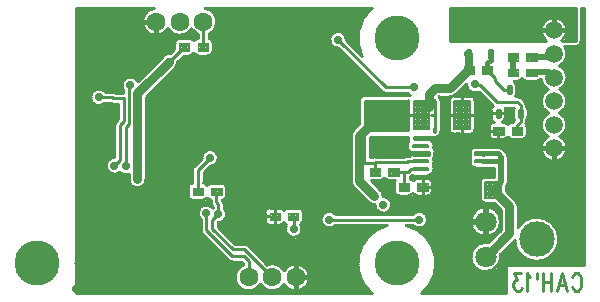
<source format=gbl>
*
*
G04 PADS 9.3.1 Build Number: 456998 generated Gerber (RS-274-X) file*
G04 PC Version=2.1*
*
%IN "air_ssi_1101_00_RELEASE"*%
*
%MOIN*%
*
%FSLAX35Y35*%
*
*
*
*
G04 PC Standard Apertures*
*
*
G04 Thermal Relief Aperture macro.*
%AMTER*
1,1,$1,0,0*
1,0,$1-$2,0,0*
21,0,$3,$4,0,0,45*
21,0,$3,$4,0,0,135*
%
*
*
G04 Annular Aperture macro.*
%AMANN*
1,1,$1,0,0*
1,0,$2,0,0*
%
*
*
G04 Odd Aperture macro.*
%AMODD*
1,1,$1,0,0*
1,0,$1-0.005,0,0*
%
*
*
G04 PC Custom Aperture Macros*
*
*
*
*
*
*
G04 PC Aperture Table*
*
%ADD010C,0.001*%
%ADD011C,0.004*%
%ADD015C,0.06299*%
%ADD016C,0.15*%
%ADD018C,0.05906*%
%ADD019C,0.07087*%
%ADD020C,0.11811*%
%ADD021C,0.00787*%
%ADD022C,0.01*%
%ADD023C,0.03*%
%ADD024C,0.02*%
%ADD025C,0.016*%
%ADD026C,0.028*%
%ADD027C,0.015*%
%ADD028C,0.01969*%
%ADD029C,0.008*%
%ADD030C,0.009*%
%ADD031C,0.025*%
*
*
*
*
G04 PC Circuitry*
G04 Layer Name air_ssi_1101_00_RELEASE - circuitry*
%LPD*%
*
*
G04 PC Custom Flashes*
G04 Layer Name air_ssi_1101_00_RELEASE - flashes*
%LPD*%
*
*
G04 PC Circuitry*
G04 Layer Name air_ssi_1101_00_RELEASE - circuitry*
%LPD*%
*
G54D10*
G54D11*
G01X258200Y178100D02*
Y175500D01*
X254800*
Y178100*
X258200*
X254800Y175600D02*
X258200D01*
X254800Y176000D02*
X258200D01*
X254800Y176400D02*
X258200D01*
X254800Y176800D02*
X258200D01*
X254800Y177200D02*
X258200D01*
X254800Y177600D02*
X258200D01*
X254800Y178000D02*
X258200D01*
X254800Y175500D02*
Y178100D01*
X255200Y175500D02*
Y178100D01*
X255600Y175500D02*
Y178100D01*
X256000Y175500D02*
Y178100D01*
X256400Y175500D02*
Y178100D01*
X256800Y175500D02*
Y178100D01*
X257200Y175500D02*
Y178100D01*
X257600Y175500D02*
Y178100D01*
X258000Y175500D02*
Y178100D01*
X264400D02*
Y175500D01*
X261000*
Y178100*
X264400*
X261000Y175600D02*
X264400D01*
X261000Y176000D02*
X264400D01*
X261000Y176400D02*
X264400D01*
X261000Y176800D02*
X264400D01*
X261000Y177200D02*
X264400D01*
X261000Y177600D02*
X264400D01*
X261000Y178000D02*
X264400D01*
X261200Y175500D02*
Y178100D01*
X261600Y175500D02*
Y178100D01*
X262000Y175500D02*
Y178100D01*
X262400Y175500D02*
Y178100D01*
X262800Y175500D02*
Y178100D01*
X263200Y175500D02*
Y178100D01*
X263600Y175500D02*
Y178100D01*
X264000Y175500D02*
Y178100D01*
X264400Y175500D02*
Y178100D01*
X226900Y144300D02*
Y141700D01*
X223500*
Y144300*
X226900*
X223500Y142000D02*
X226900D01*
X223500Y142400D02*
X226900D01*
X223500Y142800D02*
X226900D01*
X223500Y143200D02*
X226900D01*
X223500Y143600D02*
X226900D01*
X223500Y144000D02*
X226900D01*
X223600Y141700D02*
Y144300D01*
X224000Y141700D02*
Y144300D01*
X224400Y141700D02*
Y144300D01*
X224800Y141700D02*
Y144300D01*
X225200Y141700D02*
Y144300D01*
X225600Y141700D02*
Y144300D01*
X226000Y141700D02*
Y144300D01*
X226400Y141700D02*
Y144300D01*
X226800Y141700D02*
Y144300D01*
X233100D02*
Y141700D01*
X229700*
Y144300*
X233100*
X229700Y142000D02*
X233100D01*
X229700Y142400D02*
X233100D01*
X229700Y142800D02*
X233100D01*
X229700Y143200D02*
X233100D01*
X229700Y143600D02*
X233100D01*
X229700Y144000D02*
X233100D01*
X230000Y141700D02*
Y144300D01*
X230400Y141700D02*
Y144300D01*
X230800Y141700D02*
Y144300D01*
X231200Y141700D02*
Y144300D01*
X231600Y141700D02*
Y144300D01*
X232000Y141700D02*
Y144300D01*
X232400Y141700D02*
Y144300D01*
X232800Y141700D02*
Y144300D01*
X236600Y139200D02*
Y136600D01*
X233200*
Y139200*
X236600*
X233200Y136800D02*
X236600D01*
X233200Y137200D02*
X236600D01*
X233200Y137600D02*
X236600D01*
X233200Y138000D02*
X236600D01*
X233200Y138400D02*
X236600D01*
X233200Y138800D02*
X236600D01*
X233200Y139200D02*
X236600D01*
X233200Y136600D02*
Y139200D01*
X233600Y136600D02*
Y139200D01*
X234000Y136600D02*
Y139200D01*
X234400Y136600D02*
Y139200D01*
X234800Y136600D02*
Y139200D01*
X235200Y136600D02*
Y139200D01*
X235600Y136600D02*
Y139200D01*
X236000Y136600D02*
Y139200D01*
X236400Y136600D02*
Y139200D01*
X242800D02*
Y136600D01*
X239400*
Y139200*
X242800*
X239400Y136800D02*
X242800D01*
X239400Y137200D02*
X242800D01*
X239400Y137600D02*
X242800D01*
X239400Y138000D02*
X242800D01*
X239400Y138400D02*
X242800D01*
X239400Y138800D02*
X242800D01*
X239400Y139200D02*
X242800D01*
X239600Y136600D02*
Y139200D01*
X240000Y136600D02*
Y139200D01*
X240400Y136600D02*
Y139200D01*
X240800Y136600D02*
Y139200D01*
X241200Y136600D02*
Y139200D01*
X241600Y136600D02*
Y139200D01*
X242000Y136600D02*
Y139200D01*
X242400Y136600D02*
Y139200D01*
X242800Y136600D02*
Y139200D01*
X275700Y179900D02*
Y182500D01*
X279100*
Y179900*
X275700*
Y180000D02*
X279100D01*
X275700Y180400D02*
X279100D01*
X275700Y180800D02*
X279100D01*
X275700Y181200D02*
X279100D01*
X275700Y181600D02*
X279100D01*
X275700Y182000D02*
X279100D01*
X275700Y182400D02*
X279100D01*
X276000Y179900D02*
Y182500D01*
X276400Y179900D02*
Y182500D01*
X276800Y179900D02*
Y182500D01*
X277200Y179900D02*
Y182500D01*
X277600Y179900D02*
Y182500D01*
X278000Y179900D02*
Y182500D01*
X278400Y179900D02*
Y182500D01*
X278800Y179900D02*
Y182500D01*
X269500Y179900D02*
Y182500D01*
X272900*
Y179900*
X269500*
Y180000D02*
X272900D01*
X269500Y180400D02*
X272900D01*
X269500Y180800D02*
X272900D01*
X269500Y181200D02*
X272900D01*
X269500Y181600D02*
X272900D01*
X269500Y182000D02*
X272900D01*
X269500Y182400D02*
X272900D01*
X269600Y179900D02*
Y182500D01*
X270000Y179900D02*
Y182500D01*
X270400Y179900D02*
Y182500D01*
X270800Y179900D02*
Y182500D01*
X271200Y179900D02*
Y182500D01*
X271600Y179900D02*
Y182500D01*
X272000Y179900D02*
Y182500D01*
X272400Y179900D02*
Y182500D01*
X272800Y179900D02*
Y182500D01*
X272900Y177400D02*
Y174800D01*
X269500*
Y177400*
X272900*
X269500Y174800D02*
X272900D01*
X269500Y175200D02*
X272900D01*
X269500Y175600D02*
X272900D01*
X269500Y176000D02*
X272900D01*
X269500Y176400D02*
X272900D01*
X269500Y176800D02*
X272900D01*
X269500Y177200D02*
X272900D01*
X269600Y174800D02*
Y177400D01*
X270000Y174800D02*
Y177400D01*
X270400Y174800D02*
Y177400D01*
X270800Y174800D02*
Y177400D01*
X271200Y174800D02*
Y177400D01*
X271600Y174800D02*
Y177400D01*
X272000Y174800D02*
Y177400D01*
X272400Y174800D02*
Y177400D01*
X272800Y174800D02*
Y177400D01*
X279100D02*
Y174800D01*
X275700*
Y177400*
X279100*
X275700Y174800D02*
X279100D01*
X275700Y175200D02*
X279100D01*
X275700Y175600D02*
X279100D01*
X275700Y176000D02*
X279100D01*
X275700Y176400D02*
X279100D01*
X275700Y176800D02*
X279100D01*
X275700Y177200D02*
X279100D01*
X276000Y174800D02*
Y177400D01*
X276400Y174800D02*
Y177400D01*
X276800Y174800D02*
Y177400D01*
X277200Y174800D02*
Y177400D01*
X277600Y174800D02*
Y177400D01*
X278000Y174800D02*
Y177400D01*
X278400Y174800D02*
Y177400D01*
X278800Y174800D02*
Y177400D01*
X270900Y155400D02*
Y158000D01*
X274300*
Y155400*
X270900*
Y155600D02*
X274300D01*
X270900Y156000D02*
X274300D01*
X270900Y156400D02*
X274300D01*
X270900Y156800D02*
X274300D01*
X270900Y157200D02*
X274300D01*
X270900Y157600D02*
X274300D01*
X270900Y158000D02*
X274300D01*
X271200Y155400D02*
Y158000D01*
X271600Y155400D02*
Y158000D01*
X272000Y155400D02*
Y158000D01*
X272400Y155400D02*
Y158000D01*
X272800Y155400D02*
Y158000D01*
X273200Y155400D02*
Y158000D01*
X273600Y155400D02*
Y158000D01*
X274000Y155400D02*
Y158000D01*
X264700Y155400D02*
Y158000D01*
X268100*
Y155400*
X264700*
Y155600D02*
X268100D01*
X264700Y156000D02*
X268100D01*
X264700Y156400D02*
X268100D01*
X264700Y156800D02*
X268100D01*
X264700Y157200D02*
X268100D01*
X264700Y157600D02*
X268100D01*
X264700Y158000D02*
X268100D01*
X264800Y155400D02*
Y158000D01*
X265200Y155400D02*
Y158000D01*
X265600Y155400D02*
Y158000D01*
X266000Y155400D02*
Y158000D01*
X266400Y155400D02*
Y158000D01*
X266800Y155400D02*
Y158000D01*
X267200Y155400D02*
Y158000D01*
X267600Y155400D02*
Y158000D01*
X268000Y155400D02*
Y158000D01*
X196300Y126800D02*
Y129400D01*
X199700*
Y126800*
X196300*
X199700*
X196300Y127200D02*
X199700D01*
X196300Y127600D02*
X199700D01*
X196300Y128000D02*
X199700D01*
X196300Y128400D02*
X199700D01*
X196300Y128800D02*
X199700D01*
X196300Y129200D02*
X199700D01*
X196400Y126800D02*
Y129400D01*
X196800Y126800D02*
Y129400D01*
X197200Y126800D02*
Y129400D01*
X197600Y126800D02*
Y129400D01*
X198000Y126800D02*
Y129400D01*
X198400Y126800D02*
Y129400D01*
X198800Y126800D02*
Y129400D01*
X199200Y126800D02*
Y129400D01*
X199600Y126800D02*
Y129400D01*
X190100Y126800D02*
Y129400D01*
X193500*
Y126800*
X190100*
X193500*
X190100Y127200D02*
X193500D01*
X190100Y127600D02*
X193500D01*
X190100Y128000D02*
X193500D01*
X190100Y128400D02*
X193500D01*
X190100Y128800D02*
X193500D01*
X190100Y129200D02*
X193500D01*
X190400Y126800D02*
Y129400D01*
X190800Y126800D02*
Y129400D01*
X191200Y126800D02*
Y129400D01*
X191600Y126800D02*
Y129400D01*
X192000Y126800D02*
Y129400D01*
X192400Y126800D02*
Y129400D01*
X192800Y126800D02*
Y129400D01*
X193200Y126800D02*
Y129400D01*
X170700Y135100D02*
Y137700D01*
X174100*
Y135100*
X170700*
Y135200D02*
X174100D01*
X170700Y135600D02*
X174100D01*
X170700Y136000D02*
X174100D01*
X170700Y136400D02*
X174100D01*
X170700Y136800D02*
X174100D01*
X170700Y137200D02*
X174100D01*
X170700Y137600D02*
X174100D01*
X170800Y135100D02*
Y137700D01*
X171200Y135100D02*
Y137700D01*
X171600Y135100D02*
Y137700D01*
X172000Y135100D02*
Y137700D01*
X172400Y135100D02*
Y137700D01*
X172800Y135100D02*
Y137700D01*
X173200Y135100D02*
Y137700D01*
X173600Y135100D02*
Y137700D01*
X174000Y135100D02*
Y137700D01*
X164500Y135100D02*
Y137700D01*
X167900*
Y135100*
X164500*
Y135200D02*
X167900D01*
X164500Y135600D02*
X167900D01*
X164500Y136000D02*
X167900D01*
X164500Y136400D02*
X167900D01*
X164500Y136800D02*
X167900D01*
X164500Y137200D02*
X167900D01*
X164500Y137600D02*
X167900D01*
X164800Y135100D02*
Y137700D01*
X165200Y135100D02*
Y137700D01*
X165600Y135100D02*
Y137700D01*
X166000Y135100D02*
Y137700D01*
X166400Y135100D02*
Y137700D01*
X166800Y135100D02*
Y137700D01*
X167200Y135100D02*
Y137700D01*
X167600Y135100D02*
Y137700D01*
X163400Y185900D02*
Y183300D01*
X160000*
Y185900*
X163400*
X160000Y183600D02*
X163400D01*
X160000Y184000D02*
X163400D01*
X160000Y184400D02*
X163400D01*
X160000Y184800D02*
X163400D01*
X160000Y185200D02*
X163400D01*
X160000Y185600D02*
X163400D01*
X160000Y183300D02*
Y185900D01*
X160400Y183300D02*
Y185900D01*
X160800Y183300D02*
Y185900D01*
X161200Y183300D02*
Y185900D01*
X161600Y183300D02*
Y185900D01*
X162000Y183300D02*
Y185900D01*
X162400Y183300D02*
Y185900D01*
X162800Y183300D02*
Y185900D01*
X163200Y183300D02*
Y185900D01*
X169600D02*
Y183300D01*
X166200*
Y185900*
X169600*
X166200Y183600D02*
X169600D01*
X166200Y184000D02*
X169600D01*
X166200Y184400D02*
X169600D01*
X166200Y184800D02*
X169600D01*
X166200Y185200D02*
X169600D01*
X166200Y185600D02*
X169600D01*
X166400Y183300D02*
Y185900D01*
X166800Y183300D02*
Y185900D01*
X167200Y183300D02*
Y185900D01*
X167600Y183300D02*
Y185900D01*
X168000Y183300D02*
Y185900D01*
X168400Y183300D02*
Y185900D01*
X168800Y183300D02*
Y185900D01*
X169200Y183300D02*
Y185900D01*
X169600Y183300D02*
Y185900D01*
G54D15*
X183100Y107800D03*
X190974D03*
X198848D03*
X168000Y193000D03*
X160126D03*
X152252D03*
G54D16*
X112500Y112500D03*
X232500D03*
Y187500D03*
G54D18*
X284900Y190170D03*
Y182296D03*
Y174422D03*
Y166548D03*
Y158674D03*
Y150800D03*
G54D19*
X262092Y126406D03*
Y114594D03*
G54D20*
X279100Y120500D03*
G54D21*
X224679Y148120D02*
Y152844D01*
X234521*
Y148120*
X224679*
Y148819D02*
X234521D01*
X224679Y149606D02*
X234521D01*
X224679Y150394D02*
X234521D01*
X224679Y151181D02*
X234521D01*
X224679Y151969D02*
X234521D01*
X224679Y152756D02*
X234521D01*
X225197Y148120D02*
Y152844D01*
X225984Y148120D02*
Y152844D01*
X226772Y148120D02*
Y152844D01*
X227559Y148120D02*
Y152844D01*
X228346Y148120D02*
Y152844D01*
X229134Y148120D02*
Y152844D01*
X229921Y148120D02*
Y152844D01*
X230709Y148120D02*
Y152844D01*
X231496Y148120D02*
Y152844D01*
X232283Y148120D02*
Y152844D01*
X233071Y148120D02*
Y152844D01*
X233858Y148120D02*
Y152844D01*
X224679Y158356D02*
Y163080D01*
X234521*
Y158356*
X224679*
Y159055D02*
X234521D01*
X224679Y159843D02*
X234521D01*
X224679Y160630D02*
X234521D01*
X224679Y161417D02*
X234521D01*
X224679Y162205D02*
X234521D01*
X224679Y162992D02*
X234521D01*
X225197Y158356D02*
Y163080D01*
X225984Y158356D02*
Y163080D01*
X226772Y158356D02*
Y163080D01*
X227559Y158356D02*
Y163080D01*
X228346Y158356D02*
Y163080D01*
X229134Y158356D02*
Y163080D01*
X229921Y158356D02*
Y163080D01*
X230709Y158356D02*
Y163080D01*
X231496Y158356D02*
Y163080D01*
X232283Y158356D02*
Y163080D01*
X233071Y158356D02*
Y163080D01*
X233858Y158356D02*
Y163080D01*
X263753Y152052D02*
Y151225D01*
X258635*
Y152052*
X263753*
X258635Y151969D02*
X263753D01*
X259055Y151225D02*
Y152052D01*
X259843Y151225D02*
Y152052D01*
X260630Y151225D02*
Y152052D01*
X261417Y151225D02*
Y152052D01*
X262205Y151225D02*
Y152052D01*
X262992Y151225D02*
Y152052D01*
X263753Y149493D02*
Y148666D01*
X258635*
Y149493*
X263753*
X258635Y148819D02*
X263753D01*
X259055Y148666D02*
Y149493D01*
X259843Y148666D02*
Y149493D01*
X260630Y148666D02*
Y149493D01*
X261417Y148666D02*
Y149493D01*
X262205Y148666D02*
Y149493D01*
X262992Y148666D02*
Y149493D01*
X263753Y146934D02*
Y146107D01*
X258635*
Y146934*
X263753*
X258635Y146457D02*
X263753D01*
X259055Y146107D02*
Y146934D01*
X259843Y146107D02*
Y146934D01*
X260630Y146107D02*
Y146934D01*
X261417Y146107D02*
Y146934D01*
X262205Y146107D02*
Y146934D01*
X262992Y146107D02*
Y146934D01*
X263753Y144375D02*
Y143548D01*
X258635*
Y144375*
X263753*
X258635Y144094D02*
X263753D01*
X259055Y143548D02*
Y144375D01*
X259843Y143548D02*
Y144375D01*
X260630Y143548D02*
Y144375D01*
X261417Y143548D02*
Y144375D01*
X262205Y143548D02*
Y144375D01*
X262992Y143548D02*
Y144375D01*
X242965D02*
Y143548D01*
X237847*
Y144375*
X242965*
X237847Y144094D02*
X242965D01*
X238583Y143548D02*
Y144375D01*
X239370Y143548D02*
Y144375D01*
X240157Y143548D02*
Y144375D01*
X240945Y143548D02*
Y144375D01*
X241732Y143548D02*
Y144375D01*
X242520Y143548D02*
Y144375D01*
X242965Y146934D02*
Y146107D01*
X237847*
Y146934*
X242965*
X237847Y146457D02*
X242965D01*
X238583Y146107D02*
Y146934D01*
X239370Y146107D02*
Y146934D01*
X240157Y146107D02*
Y146934D01*
X240945Y146107D02*
Y146934D01*
X241732Y146107D02*
Y146934D01*
X242520Y146107D02*
Y146934D01*
X242965Y149493D02*
Y148666D01*
X237847*
Y149493*
X242965*
X237847Y148819D02*
X242965D01*
X238583Y148666D02*
Y149493D01*
X239370Y148666D02*
Y149493D01*
X240157Y148666D02*
Y149493D01*
X240945Y148666D02*
Y149493D01*
X241732Y148666D02*
Y149493D01*
X242520Y148666D02*
Y149493D01*
X242965Y152052D02*
Y151225D01*
X237847*
Y152052*
X242965*
X237847Y151969D02*
X242965D01*
X238583Y151225D02*
Y152052D01*
X239370Y151225D02*
Y152052D01*
X240157Y151225D02*
Y152052D01*
X240945Y151225D02*
Y152052D01*
X241732Y151225D02*
Y152052D01*
X242520Y151225D02*
Y152052D01*
X253457Y144552D02*
X248143D01*
Y151048*
X253457*
Y144552*
X248143Y144882D02*
X253457D01*
X248143Y145669D02*
X253457D01*
X248143Y146457D02*
X253457D01*
X248143Y147244D02*
X253457D01*
X248143Y148031D02*
X253457D01*
X248143Y148819D02*
X253457D01*
X248143Y149606D02*
X253457D01*
X248143Y150394D02*
X253457D01*
X248819Y144552D02*
Y151048D01*
X249606Y144552D02*
Y151048D01*
X250394Y144552D02*
Y151048D01*
X251181Y144552D02*
Y151048D01*
X251969Y144552D02*
Y151048D01*
X252756Y144552D02*
Y151048D01*
G54D22*
X264240Y181050D02*
X263240D01*
Y183550*
X264240*
Y181050*
X263240Y182000D02*
X264240D01*
X263240Y183000D02*
X264240D01*
X264000Y181050D02*
Y183550D01*
X256760Y181050D02*
X255760D01*
Y183550*
X256760*
Y181050*
X255760Y182000D02*
X256760D01*
X255760Y183000D02*
X256760D01*
X256000Y181050D02*
Y183550D01*
X260500Y188924D02*
X259500D01*
Y191424*
X260500*
Y188924*
X259500Y189000D02*
X260500D01*
X259500Y190000D02*
X260500D01*
X259500Y191000D02*
X260500D01*
X260000Y188924D02*
Y191424D01*
X274240Y161250D02*
X273240D01*
Y163750*
X274240*
Y161250*
X273240Y162000D02*
X274240D01*
X273240Y163000D02*
X274240D01*
X274000Y161250D02*
Y163750D01*
X266760Y161250D02*
X265760D01*
Y163750*
X266760*
Y161250*
X265760Y162000D02*
X266760D01*
X265760Y163000D02*
X266760D01*
X266000Y161250D02*
Y163750D01*
X270500Y169124D02*
X269500D01*
Y171624*
X270500*
Y169124*
X269500Y170000D02*
X270500D01*
X269500Y171000D02*
X270500D01*
X270000Y169124D02*
Y171624D01*
X190974Y107800D02*
X181674Y117100D01*
X177800*
X171000Y123900*
X183100Y107800D02*
Y113270D01*
X181410Y114960*
X177536*
X169000Y123496*
Y129200*
X171000Y123900D02*
Y126800D01*
X173000Y128800*
X198100Y123900D02*
Y128100D01*
X198000*
X210000Y127000D02*
X240000D01*
X166200Y136400D02*
Y143600D01*
X170200Y147600*
X173000Y128800D02*
Y132200D01*
X172400Y132800*
Y136400*
X234900Y137900D02*
X235000Y138000D01*
Y143000*
X138400Y145000D02*
X140300Y146900D01*
Y158600*
X141500Y159800*
Y167500*
X142100Y144800D02*
Y157800D01*
X143200Y158900*
Y171900*
X143700*
X220000Y146000D02*
X221600D01*
X225200*
X221600D02*
Y155100D01*
X226900Y160400*
X229282*
X229600Y160718*
X225200Y146000D02*
X225100Y146100D01*
X235780*
X236200Y146520*
X240406*
X231400Y143000D02*
X235000D01*
X225200D02*
Y146000D01*
X235000Y143000D02*
X236100D01*
X237100Y144000*
X240368*
X240406Y143961*
X272600Y156700D02*
X272640Y156740D01*
Y158500*
X273740Y159600*
Y162500*
X141500Y167500D02*
X137900D01*
X137600Y167800*
X133200*
X273740Y162500D02*
Y165100D01*
X272640Y166200*
X266000*
X260200Y172000*
X258500Y172100*
X238100Y171100D02*
X228800D01*
X212900Y187000*
X270000Y170374D02*
X268400D01*
X265374Y173400*
Y174126*
X262700Y176800*
X156600Y179500D02*
X161700Y184600D01*
X167900D02*
X168000Y184700D01*
Y193000*
X267035Y126406D02*
G75*
G03X267035I-4943J0D01*
G01X245300Y156400D02*
Y166700D01*
X245139*
X245150Y166500D02*
G03X245139Y166700I-1800J0D01*
G01X245150Y166500D02*
Y157300D01*
X244909Y156400D02*
G03X245150Y157300I-1559J900D01*
G01X244909Y156400D02*
X245300D01*
X224307Y157000D02*
X236375D01*
X236350Y157300D02*
G03X236375Y157000I1800J0D01*
G01X236350Y157300D02*
Y166500D01*
X236361Y166700D02*
G03X236350Y166500I1789J-200D01*
G01X236361Y166700D02*
X221900D01*
Y156400*
X222920*
X222964Y156444*
X224307Y157000D02*
G03X222964Y156444I0J-1900D01*
G01X243100Y149393D02*
X243148Y149441D01*
X242965Y149431D02*
G03X243148Y149441I0J1794D01*
G01X242965Y149431D02*
X237847D01*
X236903Y149700D02*
G03X237847Y149431I944J1525D01*
G01X236903Y149700D02*
X236400D01*
Y150166*
X236054Y151225D02*
G03X236400Y150166I1793J0D01*
G01X236054Y151225D02*
Y152052D01*
X236400Y153112D02*
G03X236054Y152052I1447J-1060D01*
G01X236400Y153112D02*
Y154500D01*
X223707*
X223500Y154293*
Y147900*
X224492*
X225100Y148000D02*
G03X224492Y147900I0J-1900D01*
G01X225100Y148000D02*
X235008D01*
X236200Y148420D02*
G03X235008Y148000I0J-1900D01*
G01X236200Y148420D02*
X236844D01*
X237847Y148728D02*
G03X236844Y148420I0J-1794D01*
G01X237847Y148728D02*
X242965D01*
X243100Y148723D02*
G03X242965Y148728I-135J-1789D01*
G01X243100Y148723D02*
Y149393D01*
X292100Y186700D02*
Y197500D01*
X250300*
Y186700*
X282272*
X287528D02*
G03X282272I-2628J3470D01*
G01X287528D02*
X292100D01*
X295000Y111848D02*
Y197500D01*
X294000*
Y186700*
X292100Y184800D02*
G03X294000Y186700I0J1900D01*
G01X292100Y184800D02*
X288460D01*
X286757Y178359D02*
G03X288460Y184800I-1857J3937D01*
G01X286757Y170485D02*
G03Y178359I-1857J3937D01*
G01Y162611D02*
G03Y170485I-1857J3937D01*
G01Y154737D02*
G03Y162611I-1857J3937D01*
G01X283043Y154737D02*
G03X286757I1857J-3937D01*
G01X283043Y162611D02*
G03Y154737I1857J-3937D01*
G01Y170485D02*
G03Y162611I1857J-3937D01*
G01X280608Y173700D02*
G03X283043Y170485I4292J722D01*
G01X280608Y173700D02*
X280262D01*
X279100Y173200D02*
G03X280262Y173700I0J1600D01*
G01X279100Y173200D02*
X275700D01*
X274300Y174025D02*
G03X275700Y173200I1400J775D01*
G01X272900D02*
G03X274300Y174025I0J1600D01*
G01X272900Y173200D02*
X271561D01*
X272400Y171624D02*
G03X271561Y173200I-1900J0D01*
G01X272400Y171624D02*
Y169124D01*
X272100Y168100D02*
G03X272400Y169124I-1600J1024D01*
G01X272100Y168100D02*
X272640D01*
X273984Y167544D02*
G03X272640Y168100I-1344J-1344D01*
G01X273984Y167544D02*
X275084Y166444D01*
X275640Y165100D02*
G03X275084Y166444I-1900J0D01*
G01X275640Y165100D02*
Y165035D01*
X276140Y163750D02*
G03X275640Y165035I-1900J0D01*
G01X276140Y163750D02*
Y161250D01*
X275640Y159965D02*
G03X276140Y161250I-1400J1285D01*
G01X275640Y159965D02*
Y159600D01*
X275545Y159005D02*
G03X275640Y159600I-1805J595D01*
G01X275900Y158000D02*
G03X275545Y159005I-1600J0D01*
G01X275900Y158000D02*
Y155400D01*
X274300Y153800D02*
G03X275900Y155400I0J1600D01*
G01X274300Y153800D02*
X270900D01*
X269500Y154625D02*
G03X270900Y153800I1400J775D01*
G01X268100D02*
G03X269500Y154625I0J1600D01*
G01X268100Y153800D02*
X264700D01*
X263100Y155400D02*
G03X264700Y153800I1600J0D01*
G01X263100Y155400D02*
Y158000D01*
X264700Y159600D02*
G03X263100Y158000I0J-1600D01*
G01X264700Y159600D02*
X264818D01*
X263860Y161250D02*
G03X264818Y159600I1900J0D01*
G01X263860Y161250D02*
Y163750D01*
X264418Y165095D02*
G03X263860Y163750I1342J-1345D01*
G01X264418Y165095D02*
X259860Y169653D01*
X255708Y172306D02*
G03X259860Y169653I2792J-206D01*
G01X255708Y172306D02*
X252308Y168907D01*
X251365Y168277D02*
G03X252308Y168907I-1107J2681D01*
G01X251650Y168300D02*
G03X251365Y168277I0J-1800D01*
G01X251650Y168300D02*
X256850D01*
X258650Y166500D02*
G03X256850Y168300I-1800J0D01*
G01X258650Y166500D02*
Y157300D01*
X256850Y155500D02*
G03X258650Y157300I0J1800D01*
G01X256850Y155500D02*
X251650D01*
X249850Y157300D02*
G03X251650Y155500I1800J0D01*
G01X249850Y157300D02*
Y166500D01*
X250873Y168123D02*
G03X249850Y166500I777J-1623D01*
G01X250258Y168058D02*
G03X250873Y168123I-0J2900D01*
G01X250258Y168058D02*
X246629D01*
X247200Y166700D02*
G03X246629Y168058I-1900J0D01*
G01X247200Y166700D02*
Y156400D01*
X245300Y154500D02*
G03X247200Y156400I0J1900D01*
G01X245300Y154500D02*
X238300D01*
Y153846*
X242965*
X244759Y152052D02*
G03X242965Y153846I-1794J-0D01*
G01X244759Y152052D02*
Y151225D01*
X244750Y151044D02*
G03X244759Y151225I-1785J181D01*
G01X245000Y148664D02*
G03X244750Y151044I-1593J1036D01*
G01X245000Y148664D02*
Y148200D01*
X244734Y147231D02*
G03X245000Y148200I-1634J969D01*
G01X244759Y146934D02*
G03X244734Y147231I-1794J-0D01*
G01X244759Y146934D02*
Y146107D01*
X244536Y145241D02*
G03X244759Y146107I-1571J866D01*
G01Y144375D02*
G03X244536Y145241I-1794J-0D01*
G01X244759Y144375D02*
Y143548D01*
X242965Y141754D02*
G03X244759Y143548I0J1794D01*
G01X242965Y141754D02*
X237847D01*
X237564Y141777D02*
G03X237847Y141754I283J1771D01*
G01X237564Y141777D02*
X237444Y141656D01*
X236900Y141277D02*
G03X237444Y141656I-800J1723D01*
G01X236900Y141277D02*
Y140772D01*
X238000Y139975D02*
G03X236900Y140772I-1400J-775D01*
G01X239400Y140800D02*
G03X238000Y139975I0J-1600D01*
G01X239400Y140800D02*
X242800D01*
X244400Y139200D02*
G03X242800Y140800I-1600J0D01*
G01X244400Y139200D02*
Y136600D01*
X242800Y135000D02*
G03X244400Y136600I0J1600D01*
G01X242800Y135000D02*
X239400D01*
X238000Y135825D02*
G03X239400Y135000I1400J775D01*
G01X236600D02*
G03X238000Y135825I0J1600D01*
G01X236600Y135000D02*
X233200D01*
X231600Y136600D02*
G03X233200Y135000I1600J0D01*
G01X231600Y136600D02*
Y139200D01*
X231877Y140100D02*
G03X231600Y139200I1323J-900D01*
G01X231877Y140100D02*
X229700D01*
X228300Y140925D02*
G03X229700Y140100I1400J775D01*
G01X226900D02*
G03X228300Y140925I0J1600D01*
G01X226900Y140100D02*
X224001D01*
X227051Y137051*
X227893Y134798D02*
G03X227051Y137051I-2893J202D01*
G01X225202Y132107D02*
G03X227893Y134798I2798J-107D01*
G01X222949Y132949D02*
G03X225202Y132107I2051J2051D01*
G01X222949Y132949D02*
X217949Y137949D01*
X217100Y140000D02*
G03X217949Y137949I2900J0D01*
G01X217100Y140000D02*
Y146000D01*
Y155000*
X217949Y157051D02*
G03X217100Y155000I2051J-2051D01*
G01X217949Y157051D02*
X220000Y159101D01*
Y166700*
X221900Y168600D02*
G03X220000Y166700I0J-1900D01*
G01X221900Y168600D02*
X236839D01*
X236043Y169200D02*
G03X236839Y168600I2057J1900D01*
G01X236043Y169200D02*
X228800D01*
X227456Y169756D02*
G03X228800Y169200I1344J1344D01*
G01X227456Y169756D02*
X213011Y184202D01*
X215698Y186889D02*
G03X213011Y184202I-2798J111D01*
G01X215698Y186889D02*
X220844Y181743D01*
X224193Y197500D02*
G03X220844Y181743I8307J-10000D01*
G01X224193Y197500D02*
X168670D01*
X169900Y188866D02*
G03X168670Y197500I-1900J4134D01*
G01X169900Y188866D02*
Y187472D01*
X171200Y185900D02*
G03X169900Y187472I-1600J0D01*
G01X171200Y185900D02*
Y183300D01*
X169600Y181700D02*
G03X171200Y183300I0J1600D01*
G01X169600Y181700D02*
X166200D01*
X164800Y182525D02*
G03X166200Y181700I1400J775D01*
G01X163400D02*
G03X164800Y182525I0J1600D01*
G01X163400Y181700D02*
X161487D01*
X159500Y179713*
X158651Y177649D02*
G03X159500Y179713I-2051J2051D01*
G01X158651Y177649D02*
X148900Y167899D01*
Y140500*
X143100D02*
G03X148900I2900J0D01*
G01X143100D02*
Y142185D01*
X140137Y142804D02*
G03X143100Y142185I1963J1996D01*
G01X138400Y147800D02*
G03X140137Y142804I0J-2800D01*
G01X138400Y147800D02*
Y158600D01*
X138956Y159944D02*
G03X138400Y158600I1344J-1344D01*
G01X138956Y159944D02*
X139600Y160587D01*
Y165600*
X137900*
X136875Y165900D02*
G03X137900Y165600I1025J1600D01*
G01X136875Y165900D02*
X135257D01*
Y169700D02*
G03Y165900I-2057J-1900D01*
G01Y169700D02*
X137600D01*
X138625Y169400D02*
G03X137600Y169700I-1025J-1600D01*
G01X138625Y169400D02*
X141300D01*
Y170458*
X146115Y173317D02*
G03X141300Y170458I-2415J-1417D01*
G01X146115Y173317D02*
X154549Y181751D01*
X156987Y182574D02*
G03X154549Y181751I-387J-2874D01*
G01X156987Y182574D02*
X158400Y183987D01*
Y185900*
X160000Y187500D02*
G03X158400Y185900I0J-1600D01*
G01X160000Y187500D02*
X163400D01*
X164800Y186675D02*
G03X163400Y187500I-1400J-775D01*
G01X166100Y187497D02*
G03X164800Y186675I100J-1597D01*
G01X166100Y187497D02*
Y188866D01*
X164063Y190720D02*
G03X166100Y188866I3937J2280D01*
G01X156189Y190720D02*
G03X164063I3937J2280D01*
G01X151582Y197500D02*
G03X156189Y190720I670J-4500D01*
G01X151582Y197500D02*
X125500D01*
Y112523*
Y112477D02*
G03Y112523I-13000J23D01*
G01Y112477D02*
Y102500D01*
X224193*
X229300Y125100D02*
G03X224193Y102500I3200J-12600D01*
G01X229300Y125100D02*
X212057D01*
Y128900D02*
G03Y125100I-2057J-1900D01*
G01Y128900D02*
X237943D01*
Y125100D02*
G03Y128900I2057J1900D01*
G01Y125100D02*
X235700D01*
X240807Y102500D02*
G03X235700Y125100I-8307J10000D01*
G01X240807Y102500D02*
X268827D01*
Y110781*
X270027Y111981D02*
G03X268827Y110781I0J-1200D01*
G01X270027Y111981D02*
X294450D01*
X295000Y111848D02*
G03X294450Y111981I-550J-1067D01*
G01X271297Y159844D02*
X271655Y160202D01*
X271340Y161250D02*
G03X271655Y160202I1900J0D01*
G01X271340Y161250D02*
Y163750D01*
X271421Y164300D02*
G03X271340Y163750I1819J-550D01*
G01X271421Y164300D02*
X268579D01*
X268660Y163750D02*
G03X268579Y164300I-1900J0D01*
G01X268660Y163750D02*
Y161250D01*
X267702Y159600D02*
G03X268660Y161250I-942J1650D01*
G01X267702Y159600D02*
X268100D01*
X269500Y158775D02*
G03X268100Y159600I-1400J-775D01*
G01X270900D02*
G03X269500Y158775I0J-1600D01*
G01X270900Y159600D02*
X271091D01*
X271297Y159844D02*
G03X271091Y159600I1343J-1344D01*
G01X271753Y120154D02*
G03X272900Y124458I7347J346D01*
G01X271753Y120154D02*
X266974Y115375D01*
X262872Y119476D02*
G03X266974Y115375I-780J-4882D01*
G01X262872Y119476D02*
X267100Y123704D01*
Y130349*
X264949Y132500*
X262050*
X260250Y134300D02*
G03X262050Y132500I1800J0D01*
G01X260250Y134300D02*
Y139500D01*
X262050Y141300D02*
G03X260250Y139500I0J-1800D01*
G01X262050Y141300D02*
X264800D01*
Y144320*
X263912*
X263753Y144313D02*
G03X263912Y144320I-0J1794D01*
G01X263753Y144313D02*
X258635D01*
X256841Y146107D02*
G03X258635Y144313I1794J0D01*
G01X256841Y146107D02*
Y146934D01*
X257064Y147800D02*
G03X256841Y146934I1571J-866D01*
G01Y148666D02*
G03X257064Y147800I1794J0D01*
G01X256841Y148666D02*
Y149493D01*
X258635Y151287D02*
G03X256841Y149493I-0J-1794D01*
G01X258635Y151287D02*
X260972D01*
X261214Y151300D02*
G03X260972Y151287I0J-2200D01*
G01X261214Y151300D02*
X266100D01*
X267656Y150656D02*
G03X266100Y151300I-1556J-1556D01*
G01X267656Y150656D02*
X268077Y150234D01*
X269600Y148000D02*
G03X268077Y150234I-2400J0D01*
G01X269600Y148000D02*
Y146520D01*
Y139450*
X269050Y137921D02*
G03X269600Y139450I-1850J1529D01*
G01X269050Y137921D02*
Y136601D01*
X272051Y133601*
X272900Y131550D02*
G03X272051Y133601I-2900J0D01*
G01X272900Y131550D02*
Y124458D01*
X194911Y105520D02*
G03Y110080I3937J2280D01*
G01X187037Y105520D02*
G03X194911I3937J2280D01*
G01X181200Y111934D02*
G03X187037Y105520I1900J-4134D01*
G01X181200Y111934D02*
Y112483D01*
X180623Y113060*
X177536*
X176192Y113617D02*
G03X177536Y113060I1344J1343D01*
G01X176192Y113617D02*
X167656Y122152D01*
X167100Y123496D02*
G03X167656Y122152I1900J-0D01*
G01X167100Y123496D02*
Y127143D01*
X171100Y131052D02*
G03X167100Y127143I-2100J-1852D01*
G01X171100Y131052D02*
Y131413D01*
X171056Y131456*
X170500Y132800D02*
G03X171056Y131456I1900J0D01*
G01X170500Y132800D02*
Y133513D01*
X169300Y134325D02*
G03X170500Y133513I1400J775D01*
G01X167900Y133500D02*
G03X169300Y134325I0J1600D01*
G01X167900Y133500D02*
X164500D01*
X162900Y135100D02*
G03X164500Y133500I1600J0D01*
G01X162900Y135100D02*
Y137700D01*
X164300Y139287D02*
G03X162900Y137700I200J-1587D01*
G01X164300Y139287D02*
Y143600D01*
X164856Y144944D02*
G03X164300Y143600I1344J-1344D01*
G01X164856Y144944D02*
X167402Y147489D01*
X170089Y144802D02*
G03X167402Y147489I111J2798D01*
G01X170089Y144802D02*
X168100Y142813D01*
Y139287*
X169300Y138475D02*
G03X168100Y139287I-1400J-775D01*
G01X170700Y139300D02*
G03X169300Y138475I0J-1600D01*
G01X170700Y139300D02*
X174100D01*
X175700Y137700D02*
G03X174100Y139300I-1600J0D01*
G01X175700Y137700D02*
Y135100D01*
X174365Y133522D02*
G03X175700Y135100I-265J1578D01*
G01X174900Y132200D02*
G03X174365Y133522I-1900J0D01*
G01X174900Y132200D02*
Y130857D01*
X172900Y126002D02*
G03X174900Y130857I100J2798D01*
G01X172900Y126002D02*
Y124687D01*
X178587Y119000*
X181674*
X183018Y118444D02*
G03X181674Y119000I-1344J-1344D01*
G01X183018Y118444D02*
X189394Y112067D01*
X194911Y110080D02*
G03X189394Y112067I-3937J-2280D01*
G01X201300Y129400D02*
Y126800D01*
X200467Y125396D02*
G03X201300Y126800I-767J1404D01*
G01X195688Y125322D02*
G03X200467Y125396I2412J-1422D01*
G01X194900Y126025D02*
G03X195688Y125322I1400J775D01*
G01X193500Y125200D02*
G03X194900Y126025I0J1600D01*
G01X193500Y125200D02*
X190100D01*
X188500Y126800D02*
G03X190100Y125200I1600J0D01*
G01X188500Y126800D02*
Y129400D01*
X190100Y131000D02*
G03X188500Y129400I0J-1600D01*
G01X190100Y131000D02*
X193500D01*
X194900Y130175D02*
G03X193500Y131000I-1400J-775D01*
G01X196300D02*
G03X194900Y130175I0J-1600D01*
G01X196300Y131000D02*
X199700D01*
X201300Y129400D02*
G03X199700Y131000I-1600J0D01*
G01X267035Y126406D02*
G03X267035I-4943J0D01*
G01X221900Y166299D02*
X236350D01*
X221900Y165399D02*
X236350D01*
X221900Y164499D02*
X236350D01*
X221900Y163599D02*
X236350D01*
X221900Y162699D02*
X236350D01*
X221900Y161799D02*
X236350D01*
X221900Y160899D02*
X236350D01*
X221900Y159999D02*
X236350D01*
X221900Y159099D02*
X236350D01*
X221900Y158199D02*
X236350D01*
X221900Y157299D02*
X236350D01*
X245150Y166299D02*
X245300D01*
X245150Y165399D02*
X245300D01*
X245150Y164499D02*
X245300D01*
X245150Y163599D02*
X245300D01*
X245150Y162699D02*
X245300D01*
X245150Y161799D02*
X245300D01*
X245150Y160899D02*
X245300D01*
X245150Y159999D02*
X245300D01*
X245150Y159099D02*
X245300D01*
X245150Y158199D02*
X245300D01*
X245150Y157299D02*
X245300D01*
X223500Y149299D02*
X243100D01*
X223500Y153799D02*
X236400D01*
X223500Y150199D02*
X236376D01*
X223500Y152899D02*
X236266D01*
X223500Y151099D02*
X236058D01*
X223500Y151999D02*
X236054D01*
X223500Y148399D02*
X235913D01*
X250300Y197499D02*
X292100D01*
X250300Y196599D02*
X292100D01*
X250300Y195699D02*
X292100D01*
X250300Y194799D02*
X292100D01*
X287146Y193899D02*
X292100D01*
X288208Y192999D02*
X292100D01*
X288802Y192099D02*
X292100D01*
X289129Y191199D02*
X292100D01*
X289251Y190299D02*
X292100D01*
X289184Y189399D02*
X292100D01*
X288919Y188499D02*
X292100D01*
X288412Y187599D02*
X292100D01*
X250300Y193899D02*
X282654D01*
X250300Y192999D02*
X281592D01*
X250300Y187599D02*
X281388D01*
X250300Y192099D02*
X280998D01*
X250300Y188499D02*
X280881D01*
X250300Y191199D02*
X280671D01*
X250300Y189399D02*
X280616D01*
X250300Y190299D02*
X280549D01*
X268605Y160799D02*
X271395D01*
X268096Y159899D02*
X271352D01*
X268660Y163499D02*
X271340D01*
X268660Y162599D02*
X271340D01*
X268660Y161699D02*
X271340D01*
X269350Y158999D02*
X269650D01*
X294000Y196799D02*
X295000D01*
X294000Y195899D02*
X295000D01*
X294000Y194999D02*
X295000D01*
X294000Y194099D02*
X295000D01*
X294000Y193199D02*
X295000D01*
X294000Y192299D02*
X295000D01*
X294000Y191399D02*
X295000D01*
X294000Y190499D02*
X295000D01*
X294000Y189599D02*
X295000D01*
X294000Y188699D02*
X295000D01*
X294000Y187799D02*
X295000D01*
X294000Y186899D02*
X295000D01*
X293866Y185999D02*
X295000D01*
X293123Y185099D02*
X295000D01*
X288815Y184199D02*
X295000D01*
X289136Y183299D02*
X295000D01*
X289252Y182399D02*
X295000D01*
X289179Y181499D02*
X295000D01*
X288908Y180599D02*
X295000D01*
X288393Y179699D02*
X295000D01*
X287491Y178799D02*
X295000D01*
X287519Y177899D02*
X295000D01*
X288408Y176999D02*
X295000D01*
X288917Y176099D02*
X295000D01*
X289183Y175199D02*
X295000D01*
X289251Y174299D02*
X295000D01*
X289131Y173399D02*
X295000D01*
X288805Y172499D02*
X295000D01*
X288213Y171599D02*
X295000D01*
X287155Y170699D02*
X295000D01*
X287795Y169799D02*
X295000D01*
X288563Y168899D02*
X295000D01*
X289004Y167999D02*
X295000D01*
X289218Y167099D02*
X295000D01*
X289239Y166199D02*
X295000D01*
X289070Y165299D02*
X295000D01*
X288685Y164399D02*
X295000D01*
X288006Y163499D02*
X295000D01*
X286782Y162599D02*
X295000D01*
X288030Y161699D02*
X295000D01*
X288699Y160799D02*
X295000D01*
X289077Y159899D02*
X295000D01*
X289241Y158999D02*
X295000D01*
X289215Y158099D02*
X295000D01*
X288995Y157199D02*
X295000D01*
X288548Y156299D02*
X295000D01*
X287767Y155399D02*
X295000D01*
X287195Y154499D02*
X295000D01*
X288234Y153599D02*
X295000D01*
X288817Y152699D02*
X295000D01*
X289137Y151799D02*
X295000D01*
X289252Y150899D02*
X295000D01*
X289178Y149999D02*
X295000D01*
X288907Y149099D02*
X295000D01*
X288390Y148199D02*
X295000D01*
X287486Y147299D02*
X295000D01*
X269600Y146399D02*
X295000D01*
X269600Y145499D02*
X295000D01*
X269600Y144599D02*
X295000D01*
X269600Y143699D02*
X295000D01*
X269600Y142799D02*
X295000D01*
X269600Y141899D02*
X295000D01*
X269600Y140999D02*
X295000D01*
X269600Y140099D02*
X295000D01*
X269587Y139199D02*
X295000D01*
X269306Y138299D02*
X295000D01*
X269050Y137399D02*
X295000D01*
X269153Y136499D02*
X295000D01*
X270053Y135599D02*
X295000D01*
X270953Y134699D02*
X295000D01*
X271853Y133799D02*
X295000D01*
X272567Y132899D02*
X295000D01*
X272865Y131999D02*
X295000D01*
X272900Y131099D02*
X295000D01*
X272900Y130199D02*
X295000D01*
X272900Y129299D02*
X295000D01*
X272900Y128399D02*
X295000D01*
X281363Y127499D02*
X295000D01*
X283212Y126599D02*
X295000D01*
X284304Y125699D02*
X295000D01*
X285069Y124799D02*
X295000D01*
X285623Y123899D02*
X295000D01*
X286018Y122999D02*
X295000D01*
X286280Y122099D02*
X295000D01*
X286422Y121199D02*
X295000D01*
X286453Y120299D02*
X295000D01*
X286373Y119399D02*
X295000D01*
X286178Y118499D02*
X295000D01*
X285859Y117599D02*
X295000D01*
X285397Y116699D02*
X295000D01*
X284757Y115799D02*
X295000D01*
X283868Y114899D02*
X295000D01*
X282540Y113999D02*
X295000D01*
X266804Y113099D02*
X295000D01*
X266416Y112199D02*
X295000D01*
X276140Y162599D02*
X283018D01*
X272400Y170699D02*
X282645D01*
X275622Y154499D02*
X282605D01*
X269600Y147299D02*
X282314D01*
X275900Y155399D02*
X282033D01*
X272400Y169799D02*
X282005D01*
X276140Y163499D02*
X281794D01*
X276140Y161699D02*
X281770D01*
X272400Y171599D02*
X281587D01*
X243874Y153599D02*
X281566D01*
X269592Y148199D02*
X281410D01*
X275900Y156299D02*
X281252D01*
X272387Y168899D02*
X281237D01*
X276026Y164399D02*
X281115D01*
X276086Y160799D02*
X281101D01*
X272187Y172499D02*
X280995D01*
X244638Y152699D02*
X280983D01*
X269334Y149099D02*
X280893D01*
X275900Y157199D02*
X280805D01*
X273252Y167999D02*
X280796D01*
X275630Y165299D02*
X280730D01*
X275640Y159899D02*
X280723D01*
X279872Y173399D02*
X280669D01*
X244759Y151799D02*
X280663D01*
X268529Y149999D02*
X280622D01*
X275897Y158099D02*
X280585D01*
X274429Y167099D02*
X280582D01*
X275290Y166199D02*
X280561D01*
X275550Y158999D02*
X280559D01*
X267367Y150899D02*
X280548D01*
X272900Y127499D02*
X276837D01*
X266999Y113999D02*
X275660D01*
X272900Y126599D02*
X274988D01*
X273672Y173399D02*
X274928D01*
X267026Y114899D02*
X274332D01*
X272900Y125699D02*
X273896D01*
X267398Y115799D02*
X273443D01*
X272900Y124799D02*
X273131D01*
X268298Y116699D02*
X272803D01*
X269198Y117599D02*
X272341D01*
X270098Y118499D02*
X272022D01*
X270998Y119399D02*
X271827D01*
X269422Y154499D02*
X269578D01*
X265776Y111299D02*
X268945D01*
X264706Y110399D02*
X268827D01*
X245149Y109499D02*
X268827D01*
X244901Y108599D02*
X268827D01*
X244581Y107699D02*
X268827D01*
X244183Y106799D02*
X268827D01*
X243699Y105899D02*
X268827D01*
X243117Y104999D02*
X268827D01*
X242421Y104099D02*
X268827D01*
X241582Y103199D02*
X268827D01*
X265262Y130199D02*
X267100D01*
X266100Y129299D02*
X267100D01*
X266616Y128399D02*
X267100D01*
X266913Y127499D02*
X267100D01*
X267032Y126599D02*
X267100D01*
X266985Y125699D02*
X267100D01*
X266767Y124799D02*
X267100D01*
X266353Y123899D02*
X267100D01*
X265674Y122999D02*
X266395D01*
X263645Y131099D02*
X266350D01*
X264519Y122099D02*
X265495D01*
X230800Y131999D02*
X265450D01*
X244759Y143699D02*
X264800D01*
X244595Y142799D02*
X264800D01*
X243670Y141899D02*
X264800D01*
X242161Y121199D02*
X264595D01*
X258650Y159899D02*
X264424D01*
X258650Y165299D02*
X264214D01*
X258650Y164399D02*
X263974D01*
X258650Y160799D02*
X263914D01*
X258650Y163499D02*
X263860D01*
X258650Y162599D02*
X263860D01*
X258650Y161699D02*
X263860D01*
X242901Y120299D02*
X263695D01*
X258650Y158999D02*
X263450D01*
X238300Y154499D02*
X263378D01*
X258650Y166199D02*
X263314D01*
X258650Y158099D02*
X263103D01*
X258647Y157199D02*
X263100D01*
X258346Y156299D02*
X263100D01*
X246915Y155399D02*
X263100D01*
X258548Y167099D02*
X262414D01*
X257847Y167999D02*
X261514D01*
X236900Y140999D02*
X261053D01*
X243519Y119399D02*
X260928D01*
X230652Y132899D02*
X260920D01*
X252300Y168899D02*
X260614D01*
X230651Y131099D02*
X260540D01*
X244124Y140099D02*
X260352D01*
X230146Y133799D02*
X260321D01*
X244400Y139199D02*
X260250D01*
X244400Y138299D02*
X260250D01*
X244400Y137399D02*
X260250D01*
X244397Y136499D02*
X260250D01*
X244048Y135599D02*
X260250D01*
X228746Y134699D02*
X260250D01*
X241267Y122099D02*
X259666D01*
X245329Y110399D02*
X259478D01*
X244033Y118499D02*
X259060D01*
X230144Y130199D02*
X258922D01*
X240167Y122999D02*
X258510D01*
X245444Y111299D02*
X258408D01*
X244458Y117599D02*
X258166D01*
X241599Y129299D02*
X258084D01*
X238751Y123899D02*
X257832D01*
X245497Y112199D02*
X257768D01*
X244745Y144599D02*
X257664D01*
X244803Y116699D02*
X257619D01*
X242426Y128399D02*
X257568D01*
X244881Y150899D02*
X257521D01*
X241730Y124799D02*
X257417D01*
X245486Y113099D02*
X257381D01*
X245075Y115799D02*
X257298D01*
X242755Y127499D02*
X257271D01*
X242479Y125699D02*
X257200D01*
X245413Y113999D02*
X257185D01*
X245277Y114899D02*
X257158D01*
X242771Y126599D02*
X257153D01*
X244653Y145499D02*
X256947D01*
X245283Y149999D02*
X256914D01*
X253200Y169799D02*
X256905D01*
X245000Y148199D02*
X256903D01*
X244773Y147299D02*
X256878D01*
X245209Y149099D02*
X256841D01*
X244759Y146399D02*
X256841D01*
X254100Y170699D02*
X256076D01*
X255000Y171599D02*
X255745D01*
X246687Y167999D02*
X250653D01*
X247197Y156299D02*
X250154D01*
X247158Y167099D02*
X249952D01*
X247200Y157199D02*
X249853D01*
X247200Y166199D02*
X249850D01*
X247200Y165299D02*
X249850D01*
X247200Y164399D02*
X249850D01*
X247200Y163499D02*
X249850D01*
X247200Y162599D02*
X249850D01*
X247200Y161699D02*
X249850D01*
X247200Y160799D02*
X249850D01*
X247200Y159899D02*
X249850D01*
X247200Y158999D02*
X249850D01*
X247200Y158099D02*
X249850D01*
X228737Y129299D02*
X238401D01*
X236712Y124799D02*
X238270D01*
X237848Y135599D02*
X238152D01*
X237924Y140099D02*
X238076D01*
X149900Y168899D02*
X236370D01*
X227838Y135599D02*
X231952D01*
X224003Y140099D02*
X231876D01*
X227483Y136499D02*
X231603D01*
X224903Y139199D02*
X231600D01*
X225803Y138299D02*
X231600D01*
X226703Y137399D02*
X231600D01*
X211730Y124799D02*
X228288D01*
X150800Y169799D02*
X227414D01*
X211599Y129299D02*
X227263D01*
X151700Y170699D02*
X226514D01*
X200900Y123899D02*
X226249D01*
X201086Y130199D02*
X225856D01*
X152600Y171599D02*
X225614D01*
X174900Y131099D02*
X225349D01*
X174900Y131999D02*
X225200D01*
X200751Y122999D02*
X224833D01*
X153500Y172499D02*
X224714D01*
X154400Y173399D02*
X223814D01*
X200244Y122099D02*
X223733D01*
X125500Y103199D02*
X223418D01*
X170504Y196799D02*
X223415D01*
X174767Y132899D02*
X223001D01*
X155300Y174299D02*
X222914D01*
X198837Y121199D02*
X222839D01*
X201494Y104099D02*
X222579D01*
X171507Y195899D02*
X222577D01*
X175031Y133799D02*
X222100D01*
X177288Y120299D02*
X222099D01*
X156200Y175199D02*
X222014D01*
X202433Y104999D02*
X221883D01*
X172087Y194999D02*
X221881D01*
X178188Y119399D02*
X221481D01*
X202981Y105899D02*
X221301D01*
X172415Y194099D02*
X221299D01*
X175649Y134699D02*
X221200D01*
X157100Y176099D02*
X221114D01*
X182960Y118499D02*
X220967D01*
X203286Y106799D02*
X220817D01*
X172545Y193199D02*
X220816D01*
X220188Y182399D02*
X220543D01*
X183862Y117599D02*
X220542D01*
X149000Y167999D02*
X220513D01*
X203397Y107699D02*
X220419D01*
X172495Y192299D02*
X220418D01*
X175700Y135599D02*
X220300D01*
X158000Y176999D02*
X220214D01*
X219288Y183299D02*
X220198D01*
X184762Y116699D02*
X220197D01*
X203327Y108599D02*
X220099D01*
X172259Y191399D02*
X220098D01*
X148900Y167099D02*
X220042D01*
X148900Y166199D02*
X220000D01*
X148900Y165299D02*
X220000D01*
X148900Y164399D02*
X220000D01*
X148900Y163499D02*
X220000D01*
X148900Y162599D02*
X220000D01*
X148900Y161699D02*
X220000D01*
X148900Y160799D02*
X220000D01*
X148900Y159899D02*
X220000D01*
X218388Y184199D02*
X219926D01*
X185662Y115799D02*
X219925D01*
X148900Y158999D02*
X219897D01*
X203069Y109499D02*
X219851D01*
X171800Y190499D02*
X219851D01*
X217488Y185099D02*
X219724D01*
X186562Y114899D02*
X219723D01*
X202582Y110399D02*
X219671D01*
X213943Y189599D02*
X219671D01*
X216588Y185999D02*
X219587D01*
X187462Y113999D02*
X219587D01*
X201756Y111299D02*
X219556D01*
X215126Y188699D02*
X219555D01*
X215698Y186899D02*
X219514D01*
X188362Y113099D02*
X219514D01*
X200010Y112199D02*
X219503D01*
X215584Y187799D02*
X219503D01*
X175700Y136499D02*
X219400D01*
X158873Y177899D02*
X219314D01*
X148900Y158099D02*
X218997D01*
X175700Y137399D02*
X218500D01*
X159356Y178799D02*
X218414D01*
X148900Y157199D02*
X218097D01*
X175584Y138299D02*
X217651D01*
X159500Y179699D02*
X217514D01*
X148900Y156299D02*
X217407D01*
X174660Y139199D02*
X217213D01*
X148900Y155399D02*
X217128D01*
X148900Y154499D02*
X217100D01*
X148900Y153599D02*
X217100D01*
X148900Y152699D02*
X217100D01*
X148900Y151799D02*
X217100D01*
X148900Y150899D02*
X217100D01*
X171644Y149999D02*
X217100D01*
X172565Y149099D02*
X217100D01*
X172935Y148199D02*
X217100D01*
X172984Y147299D02*
X217100D01*
X172729Y146399D02*
X217100D01*
X172051Y145499D02*
X217100D01*
X169886Y144599D02*
X217100D01*
X168986Y143699D02*
X217100D01*
X168100Y142799D02*
X217100D01*
X168100Y141899D02*
X217100D01*
X168100Y140999D02*
X217100D01*
X168100Y140099D02*
X217100D01*
X160386Y180599D02*
X216614D01*
X161286Y181499D02*
X215714D01*
X170922Y182399D02*
X214814D01*
X171200Y183299D02*
X213914D01*
X171200Y184199D02*
X213014D01*
X171022Y189599D02*
X211857D01*
X171200Y185099D02*
X210844D01*
X169900Y188699D02*
X210674D01*
X171197Y185999D02*
X210285D01*
X169900Y187799D02*
X210216D01*
X170850Y186899D02*
X210102D01*
X201300Y129299D02*
X208401D01*
X200752Y124799D02*
X208270D01*
X201300Y128399D02*
X207574D01*
X200861Y125699D02*
X207521D01*
X201300Y127499D02*
X207245D01*
X201287Y126599D02*
X207229D01*
X192136Y112199D02*
X197686D01*
X176388Y121199D02*
X197363D01*
X193620Y104099D02*
X196202D01*
X175488Y122099D02*
X195956D01*
X193882Y111299D02*
X195940D01*
X174588Y122999D02*
X195449D01*
X172900Y124799D02*
X195448D01*
X173688Y123899D02*
X195300D01*
X194559Y104999D02*
X195263D01*
X194661Y125699D02*
X195139D01*
X194708Y110399D02*
X195114D01*
X194886Y130199D02*
X194914D01*
X189262Y112199D02*
X189812D01*
X172900Y125699D02*
X188939D01*
X175426Y130199D02*
X188714D01*
X174730Y126599D02*
X188513D01*
X175755Y129299D02*
X188500D01*
X175771Y128399D02*
X188500D01*
X175479Y127499D02*
X188500D01*
X185746Y104099D02*
X188328D01*
X186685Y104999D02*
X187389D01*
X125500Y112199D02*
X181200D01*
X125500Y104099D02*
X180454D01*
X125500Y111299D02*
X180192D01*
X125500Y104999D02*
X179515D01*
X125500Y110399D02*
X179366D01*
X125500Y105899D02*
X178967D01*
X125500Y109499D02*
X178879D01*
X125500Y106799D02*
X178662D01*
X125500Y108599D02*
X178621D01*
X125500Y107699D02*
X178552D01*
X125500Y113099D02*
X177155D01*
X125500Y113999D02*
X175810D01*
X125500Y114899D02*
X174910D01*
X125500Y115799D02*
X174010D01*
X125500Y116699D02*
X173110D01*
X125500Y117599D02*
X172210D01*
X125500Y118499D02*
X171310D01*
X171058Y131099D02*
X171100D01*
X169086Y131999D02*
X170677D01*
X125500Y132899D02*
X170500D01*
X125500Y119399D02*
X170410D01*
X168460Y139199D02*
X170140D01*
X168831Y133799D02*
X169769D01*
X125500Y120299D02*
X169510D01*
X125500Y131999D02*
X168914D01*
X148900Y149999D02*
X168756D01*
X125500Y121199D02*
X168610D01*
X148900Y149099D02*
X167835D01*
X125500Y122099D02*
X167710D01*
X148900Y148199D02*
X167465D01*
X148900Y147299D02*
X167212D01*
X125500Y122999D02*
X167166D01*
X125500Y126599D02*
X167100D01*
X125500Y125699D02*
X167100D01*
X125500Y124799D02*
X167100D01*
X125500Y123899D02*
X167100D01*
X125500Y131099D02*
X166942D01*
X125500Y127499D02*
X166776D01*
X125500Y130199D02*
X166384D01*
X125500Y128399D02*
X166317D01*
X148900Y146399D02*
X166312D01*
X125500Y129299D02*
X166202D01*
X161608Y188699D02*
X166100D01*
X125500Y187799D02*
X166100D01*
X148900Y145499D02*
X165412D01*
X163148Y189599D02*
X164978D01*
X164650Y186899D02*
X164950D01*
X164722Y182399D02*
X164878D01*
X148900Y144599D02*
X164584D01*
X148900Y143699D02*
X164303D01*
X148900Y142799D02*
X164300D01*
X148900Y141899D02*
X164300D01*
X148900Y140999D02*
X164300D01*
X148872Y140099D02*
X164300D01*
X163926Y190499D02*
X164200D01*
X148592Y139199D02*
X163940D01*
X125500Y133799D02*
X163569D01*
X147888Y138299D02*
X163016D01*
X125500Y134699D02*
X162951D01*
X125500Y137399D02*
X162900D01*
X125500Y136499D02*
X162900D01*
X125500Y135599D02*
X162900D01*
X125500Y186899D02*
X158750D01*
X153734Y188699D02*
X158643D01*
X125500Y185999D02*
X158403D01*
X125500Y185099D02*
X158400D01*
X125500Y184199D02*
X158400D01*
X125500Y183299D02*
X157712D01*
X155274Y189599D02*
X157104D01*
X156052Y190499D02*
X156326D01*
X125500Y182399D02*
X155538D01*
X125500Y181499D02*
X154297D01*
X125500Y180599D02*
X153397D01*
X125500Y179699D02*
X152497D01*
X125500Y178799D02*
X151597D01*
X125500Y188699D02*
X150769D01*
X125500Y177899D02*
X150697D01*
X125500Y176999D02*
X149797D01*
X125500Y196799D02*
X149748D01*
X125500Y189599D02*
X149230D01*
X125500Y176099D02*
X148897D01*
X125500Y195899D02*
X148745D01*
X125500Y190499D02*
X148452D01*
X125500Y194999D02*
X148165D01*
X125500Y175199D02*
X147997D01*
X125500Y191399D02*
X147993D01*
X125500Y194099D02*
X147837D01*
X125500Y192299D02*
X147757D01*
X125500Y193199D02*
X147707D01*
X145144Y174299D02*
X147097D01*
X146065Y173399D02*
X146197D01*
X125500Y138299D02*
X144112D01*
X125500Y139199D02*
X143408D01*
X125500Y140099D02*
X143128D01*
X125500Y141899D02*
X143100D01*
X125500Y140999D02*
X143100D01*
X125500Y174299D02*
X142256D01*
X125500Y173399D02*
X141335D01*
X135161Y169799D02*
X141300D01*
X125500Y170699D02*
X141171D01*
X125500Y172499D02*
X140965D01*
X125500Y171599D02*
X140916D01*
X140130Y142799D02*
X140142D01*
X134458Y165299D02*
X139600D01*
X125500Y164399D02*
X139600D01*
X125500Y163499D02*
X139600D01*
X125500Y162599D02*
X139600D01*
X125500Y161699D02*
X139600D01*
X125500Y160799D02*
X139600D01*
X125500Y159899D02*
X138913D01*
X125500Y158999D02*
X138442D01*
X125500Y158099D02*
X138400D01*
X125500Y157199D02*
X138400D01*
X125500Y156299D02*
X138400D01*
X125500Y155399D02*
X138400D01*
X125500Y154499D02*
X138400D01*
X125500Y153599D02*
X138400D01*
X125500Y152699D02*
X138400D01*
X125500Y151799D02*
X138400D01*
X125500Y150899D02*
X138400D01*
X125500Y149999D02*
X138400D01*
X125500Y149099D02*
X138400D01*
X125500Y148199D02*
X138400D01*
X125500Y147299D02*
X136801D01*
X125500Y142799D02*
X136670D01*
X125500Y146399D02*
X135974D01*
X125500Y143699D02*
X135921D01*
X125500Y145499D02*
X135645D01*
X125500Y144599D02*
X135629D01*
X125500Y165299D02*
X131942D01*
X125500Y169799D02*
X131239D01*
X125500Y166199D02*
X130903D01*
X125500Y168899D02*
X130625D01*
X125500Y167099D02*
X130489D01*
X125500Y167999D02*
X130407D01*
X249850Y161900D02*
X251250D01*
X254250Y168300D02*
Y166900D01*
X258650Y161900D02*
X257250D01*
X254250Y155500D02*
Y156900D01*
X191800Y131000D02*
Y129600D01*
Y125200D02*
Y126600D01*
X188500Y128100D02*
X189900D01*
X266400Y153800D02*
Y155200D01*
X263100Y156700D02*
X264500D01*
X263860Y162500D02*
X265260D01*
X268660D02*
X267260D01*
X241100Y135000D02*
Y136400D01*
Y140800D02*
Y139400D01*
X244400Y137900D02*
X243000D01*
X236350Y161900D02*
X237750D01*
X245150D02*
X243750D01*
G54D23*
X262092Y114594D02*
X270000Y122502D01*
Y131550*
X225000Y135000D02*
X220000Y140000D01*
Y146000*
X270000Y131550D02*
X264650Y136900D01*
X146000Y140500D02*
Y169100D01*
X156600Y179700*
X220000Y146000D02*
Y155000D01*
X226000Y161000*
X229318*
X229600Y160718*
X243200Y164500D02*
Y168850D01*
X245308Y170958*
X250258*
X256100Y176800*
X243293Y165610D02*
X243200Y164500D01*
Y168850*
X245308Y170958*
X250258*
X256100Y176800*
X256500*
X256100D02*
X256500D01*
G54D24*
X264650Y136900D02*
X267200Y139450D01*
Y146520*
Y148000*
X271200Y176100D02*
Y181200D01*
X284900Y174422D02*
X283222Y176100D01*
X277400*
X156600Y179500D02*
Y179700D01*
X277400Y181200D02*
X283804D01*
X284900Y182296*
G54D25*
X261194Y143961D02*
X256539D01*
X256500Y144000*
X261194Y146520D02*
X267200D01*
Y148000D02*
X266100Y149100D01*
X255900Y151600D02*
X255939Y151639D01*
X261194*
Y149080D02*
X261214Y149100D01*
X266100*
X262700Y176800D02*
Y179160D01*
X262600Y179260*
X263740Y180400*
Y182300*
G54D26*
X125500Y104000D03*
X132000D03*
X177000D03*
X208000D03*
X215000D03*
X247000D03*
X255000D03*
X263000D03*
X127000Y116000D03*
X129000Y111000D03*
X132000Y116000D03*
X211000Y110000D03*
X251000D03*
X271000Y114000D03*
X292000Y116000D03*
X176000Y126000D03*
X198100Y123900D03*
X210000Y127000D03*
X240000D03*
X251000D03*
X292000Y124000D03*
X169000Y129200D03*
X173000Y128800D03*
X228000Y132000D03*
X225000Y135000D03*
X276000Y133000D03*
X285000D03*
X292000Y132000D03*
X133200Y138500D03*
X138400Y145000D03*
X142100Y144800D03*
X146000Y140500D03*
X170200Y147600D03*
X276000Y141000D03*
X285000D03*
X292000Y139000D03*
Y147000D03*
X131500Y157500D03*
X150300Y152900D03*
X216400Y154800D03*
X253000Y155000D03*
X276000Y149000D03*
X292000Y155000D03*
X131000Y165000D03*
X133200Y167800D03*
X216000Y159000D03*
X292000Y163000D03*
X131500Y173500D03*
X143700Y171900D03*
X238100Y171100D03*
X258500Y172100D03*
X255600Y169300D03*
X292000Y171000D03*
X140000Y186500D03*
X156600Y179700D03*
X212900Y187000D03*
X292000Y180000D03*
X139100Y192100D03*
X180000Y196000D03*
X188000D03*
X187200Y191500D03*
X195000Y196000D03*
X211000D03*
X209000Y191000D03*
X203000Y196000D03*
X218000D03*
G54D27*
X284900Y194523D02*
Y193123D01*
X280547Y190170D02*
X281947D01*
X289253D02*
X287853D01*
X203398Y107800D02*
X201998D01*
X198848Y112350D02*
Y110950D01*
Y103250D02*
Y104650D01*
X280547Y150800D02*
X281947D01*
X284900Y146447D02*
Y147847D01*
X289253Y150800D02*
X287853D01*
X147702Y193000D02*
X149102D01*
X152252Y188450D02*
Y189850D01*
G54D28*
X262092Y131349D02*
Y129949D01*
X257149Y126406D02*
X258549D01*
X262092Y121462D02*
Y122862D01*
G54D29*
X262050Y134300D02*
Y139500D01*
X267250*
Y134300*
X262050*
Y134400D02*
X267250D01*
X262050Y135200D02*
X267250D01*
X262050Y136000D02*
X267250D01*
X262050Y136800D02*
X267250D01*
X262050Y137600D02*
X267250D01*
X262050Y138400D02*
X267250D01*
X262050Y139200D02*
X267250D01*
X262400Y134300D02*
Y139500D01*
X263200Y134300D02*
Y139500D01*
X264000Y134300D02*
Y139500D01*
X264800Y134300D02*
Y139500D01*
X265600Y134300D02*
Y139500D01*
X266400Y134300D02*
Y139500D01*
X267200Y134300D02*
Y139500D01*
X248550Y134300D02*
Y139500D01*
X253750*
Y134300*
X248550*
Y134400D02*
X253750D01*
X248550Y135200D02*
X253750D01*
X248550Y136000D02*
X253750D01*
X248550Y136800D02*
X253750D01*
X248550Y137600D02*
X253750D01*
X248550Y138400D02*
X253750D01*
X248550Y139200D02*
X253750D01*
X248800Y134300D02*
Y139500D01*
X249600Y134300D02*
Y139500D01*
X250400Y134300D02*
Y139500D01*
X251200Y134300D02*
Y139500D01*
X252000Y134300D02*
Y139500D01*
X252800Y134300D02*
Y139500D01*
X253600Y134300D02*
Y139500D01*
X243350Y157300D02*
X238150D01*
Y166500*
X243350*
Y157300*
X238150Y157600D02*
X243350D01*
X238150Y158400D02*
X243350D01*
X238150Y159200D02*
X243350D01*
X238150Y160000D02*
X243350D01*
X238150Y160800D02*
X243350D01*
X238150Y161600D02*
X243350D01*
X238150Y162400D02*
X243350D01*
X238150Y163200D02*
X243350D01*
X238150Y164000D02*
X243350D01*
X238150Y164800D02*
X243350D01*
X238150Y165600D02*
X243350D01*
X238150Y166400D02*
X243350D01*
X238400Y157300D02*
Y166500D01*
X239200Y157300D02*
Y166500D01*
X240000Y157300D02*
Y166500D01*
X240800Y157300D02*
Y166500D01*
X241600Y157300D02*
Y166500D01*
X242400Y157300D02*
Y166500D01*
X243200Y157300D02*
Y166500D01*
X256850Y157300D02*
X251650D01*
Y166500*
X256850*
Y157300*
X251650Y157600D02*
X256850D01*
X251650Y158400D02*
X256850D01*
X251650Y159200D02*
X256850D01*
X251650Y160000D02*
X256850D01*
X251650Y160800D02*
X256850D01*
X251650Y161600D02*
X256850D01*
X251650Y162400D02*
X256850D01*
X251650Y163200D02*
X256850D01*
X251650Y164000D02*
X256850D01*
X251650Y164800D02*
X256850D01*
X251650Y165600D02*
X256850D01*
X251650Y166400D02*
X256850D01*
X252000Y157300D02*
Y166500D01*
X252800Y157300D02*
Y166500D01*
X253600Y157300D02*
Y166500D01*
X254400Y157300D02*
Y166500D01*
X255200Y157300D02*
Y166500D01*
X256000Y157300D02*
Y166500D01*
X256800Y157300D02*
Y166500D01*
G54D30*
X290932Y107800D02*
X291136Y108363D01*
X291136D02*
X291545Y108925D01*
X291955Y109206*
X292773*
X293182Y108925*
X293591Y108363*
X293591D02*
X293795Y107800D01*
X294000Y106956*
Y105550*
X293795Y104706*
X293591Y104144*
X293182Y103581*
X292773Y103300*
X291955*
X291545Y103581*
X291136Y104144*
X290932Y104706*
X287455Y109206D02*
X289091Y103300D01*
X287455Y109206D02*
X285818Y103300D01*
X288477Y105269D02*
X286432D01*
X283977Y109206D02*
Y103300D01*
X281114Y109206D02*
Y103300D01*
X283977Y106394D02*
X281114D01*
X279273Y109206D02*
Y107238D01*
X277023Y108081D02*
X276614Y108363D01*
X276614D02*
X276000Y109206D01*
Y103300*
X273750Y109206D02*
X271500D01*
X272727Y106956*
X272114*
X271705Y106675*
X271500Y106394*
X271295Y105550*
Y104988*
X271295D02*
X271500Y104144D01*
X271909Y103581*
X272523Y103300*
X273136*
X273750Y103581*
X273955Y103863*
X273955D02*
X274159Y104425D01*
G54D31*
X256500Y176800D02*
Y182060D01*
X256260Y182300*
G74*
X0Y0D02*
M02*

</source>
